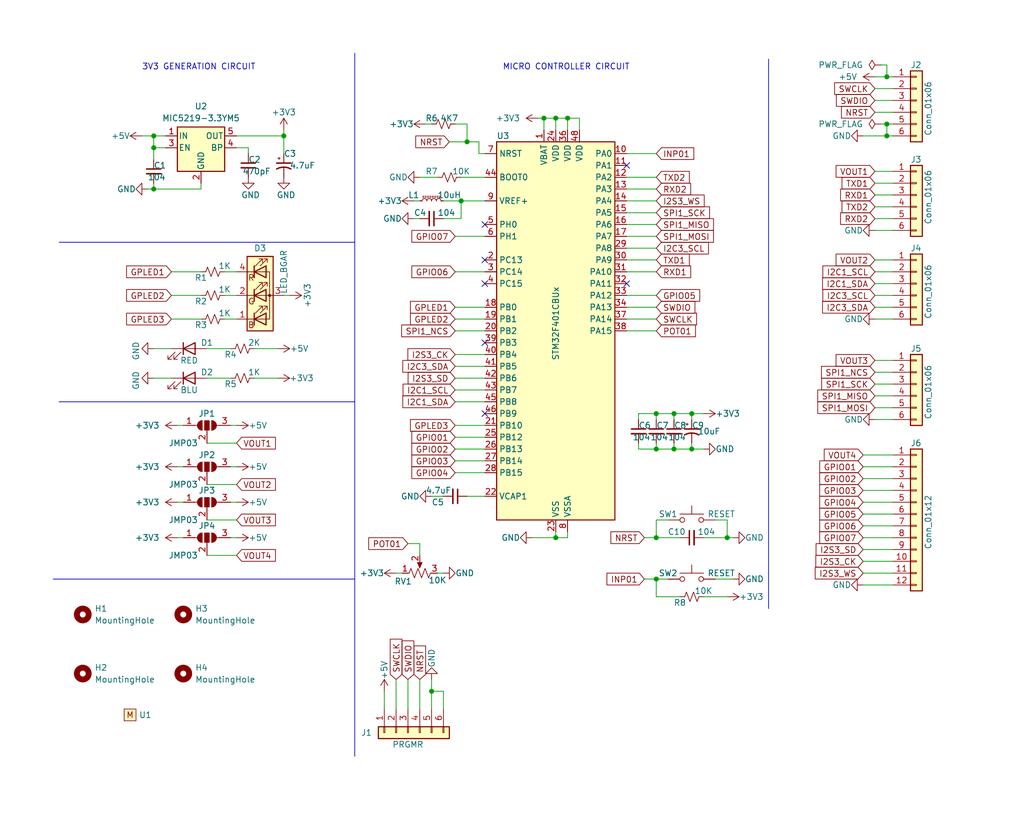
<source format=kicad_sch>
(kicad_sch (version 20231120) (generator "eeschema") (generator_version "8.0")
  (paper "User" 219.989 175.006)
  (title_block (title "MicroKontroller Module (MKM)") (date "2024-09-24") (rev "1.0"))
  (junction (at 190.5 26.67))
  (junction (at 33.02 31.75))
  (junction (at 140.97 115.57))
  (junction (at 119.38 115.57))
  (junction (at 144.78 96.52))
  (junction (at 156.21 115.57))
  (junction (at 140.97 124.46))
  (junction (at 140.97 88.9))
  (junction (at 116.84 25.4))
  (junction (at 144.78 88.9))
  (junction (at 99.06 43.18))
  (junction (at 33.02 29.21))
  (junction (at 190.5 16.51))
  (junction (at 140.97 96.52))
  (junction (at 100.33 30.48))
  (junction (at 148.59 96.52))
  (junction (at 92.71 148.59))
  (junction (at 33.02 40.64))
  (junction (at 190.5 29.21))
  (junction (at 60.96 29.21))
  (junction (at 119.38 25.4))
  (junction (at 148.59 88.9))
  (junction (at 121.92 25.4))
  (no_connect (at 104.14 55.88))
  (no_connect (at 104.14 48.26))
  (no_connect (at 134.62 60.96))
  (no_connect (at 134.62 35.56))
  (no_connect (at 104.14 73.66))
  (no_connect (at 104.14 88.9))
  (no_connect (at 104.14 60.96))
  (wire (pts (xy 119.38 114.3) (xy 119.38 115.57)))
  (wire (pts (xy 97.79 58.42) (xy 104.14 58.42)))
  (wire (pts (xy 143.51 111.76) (xy 140.97 111.76)))
  (wire (pts (xy 92.71 148.59) (xy 92.71 152.4)))
  (wire (pts (xy 60.96 29.21) (xy 60.96 33.02)))
  (wire (pts (xy 144.78 96.52) (xy 148.59 96.52)))
  (wire (pts (xy 185.42 118.11) (xy 191.77 118.11)))
  (polyline (pts (xy 12.7 52.07) (xy 76.2 52.07)))
  (wire (pts (xy 140.97 111.76) (xy 140.97 115.57)))
  (wire (pts (xy 119.38 25.4) (xy 121.92 25.4)))
  (wire (pts (xy 95.25 123.19) (xy 93.98 123.19)))
  (wire (pts (xy 187.96 39.37) (xy 191.77 39.37)))
  (wire (pts (xy 44.45 119.38) (xy 50.8 119.38)))
  (wire (pts (xy 137.16 88.9) (xy 137.16 90.17)))
  (wire (pts (xy 33.02 74.93) (xy 36.83 74.93)))
  (wire (pts (xy 97.79 26.67) (xy 100.33 26.67)))
  (wire (pts (xy 187.96 55.88) (xy 191.77 55.88)))
  (wire (pts (xy 50.8 100.33) (xy 49.53 100.33)))
  (wire (pts (xy 50.8 29.21) (xy 60.96 29.21)))
  (wire (pts (xy 140.97 115.57) (xy 146.05 115.57)))
  (wire (pts (xy 185.42 29.21) (xy 190.5 29.21)))
  (wire (pts (xy 102.87 33.02) (xy 102.87 30.48)))
  (wire (pts (xy 99.06 38.1) (xy 104.14 38.1)))
  (polyline (pts (xy 76.2 11.43) (xy 76.2 162.56)))
  (wire (pts (xy 140.97 124.46) (xy 140.97 128.27)))
  (wire (pts (xy 62.23 63.5) (xy 60.96 63.5)))
  (wire (pts (xy 92.71 148.59) (xy 95.25 148.59)))
  (wire (pts (xy 102.87 33.02) (xy 104.14 33.02)))
  (wire (pts (xy 138.43 124.46) (xy 140.97 124.46)))
  (wire (pts (xy 97.79 86.36) (xy 104.14 86.36)))
  (wire (pts (xy 138.43 115.57) (xy 140.97 115.57)))
  (wire (pts (xy 140.97 90.17) (xy 140.97 88.9)))
  (wire (pts (xy 190.5 29.21) (xy 191.77 29.21)))
  (wire (pts (xy 140.97 43.18) (xy 134.62 43.18)))
  (wire (pts (xy 33.02 31.75) (xy 33.02 34.29)))
  (wire (pts (xy 33.02 40.64) (xy 43.18 40.64)))
  (wire (pts (xy 185.42 107.95) (xy 191.77 107.95)))
  (wire (pts (xy 144.78 90.17) (xy 144.78 88.9)))
  (wire (pts (xy 48.26 58.42) (xy 50.8 58.42)))
  (wire (pts (xy 88.9 43.18) (xy 90.17 43.18)))
  (wire (pts (xy 48.26 63.5) (xy 50.8 63.5)))
  (wire (pts (xy 90.17 146.05) (xy 90.17 152.4)))
  (wire (pts (xy 187.96 85.09) (xy 191.77 85.09)))
  (wire (pts (xy 87.63 146.05) (xy 87.63 152.4)))
  (wire (pts (xy 187.96 63.5) (xy 191.77 63.5)))
  (wire (pts (xy 97.79 81.28) (xy 104.14 81.28)))
  (wire (pts (xy 97.79 101.6) (xy 104.14 101.6)))
  (wire (pts (xy 53.34 31.75) (xy 53.34 33.02)))
  (wire (pts (xy 38.1 115.57) (xy 39.37 115.57)))
  (polyline (pts (xy 165.1 12.7) (xy 165.1 130.81)))
  (wire (pts (xy 140.97 53.34) (xy 134.62 53.34)))
  (wire (pts (xy 95.25 46.99) (xy 99.06 46.99)))
  (wire (pts (xy 38.1 107.95) (xy 39.37 107.95)))
  (wire (pts (xy 187.96 58.42) (xy 191.77 58.42)))
  (wire (pts (xy 121.92 25.4) (xy 124.46 25.4)))
  (wire (pts (xy 97.79 50.8) (xy 104.14 50.8)))
  (wire (pts (xy 100.33 30.48) (xy 102.87 30.48)))
  (wire (pts (xy 187.96 66.04) (xy 191.77 66.04)))
  (wire (pts (xy 97.79 76.2) (xy 104.14 76.2)))
  (wire (pts (xy 97.79 93.98) (xy 104.14 93.98)))
  (wire (pts (xy 185.42 120.65) (xy 191.77 120.65)))
  (wire (pts (xy 33.02 29.21) (xy 35.56 29.21)))
  (wire (pts (xy 119.38 27.94) (xy 119.38 25.4)))
  (wire (pts (xy 95.25 148.59) (xy 95.25 152.4)))
  (wire (pts (xy 151.13 88.9) (xy 148.59 88.9)))
  (wire (pts (xy 137.16 95.25) (xy 137.16 96.52)))
  (wire (pts (xy 148.59 90.17) (xy 148.59 88.9)))
  (wire (pts (xy 134.62 50.8) (xy 140.97 50.8)))
  (wire (pts (xy 185.42 123.19) (xy 191.77 123.19)))
  (wire (pts (xy 185.42 115.57) (xy 191.77 115.57)))
  (polyline (pts (xy 11.43 124.46) (xy 76.2 124.46)))
  (wire (pts (xy 36.83 58.42) (xy 43.18 58.42)))
  (wire (pts (xy 134.62 68.58) (xy 140.97 68.58)))
  (wire (pts (xy 99.06 43.18) (xy 99.06 46.99)))
  (wire (pts (xy 187.96 19.05) (xy 191.77 19.05)))
  (wire (pts (xy 140.97 58.42) (xy 134.62 58.42)))
  (wire (pts (xy 185.42 113.03) (xy 191.77 113.03)))
  (wire (pts (xy 97.79 96.52) (xy 104.14 96.52)))
  (wire (pts (xy 90.17 116.84) (xy 90.17 119.38)))
  (wire (pts (xy 116.84 25.4) (xy 115.57 25.4)))
  (polyline (pts (xy 12.7 86.36) (xy 76.2 86.36)))
  (wire (pts (xy 116.84 25.4) (xy 119.38 25.4)))
  (wire (pts (xy 190.5 16.51) (xy 191.77 16.51)))
  (wire (pts (xy 43.18 40.64) (xy 43.18 39.37)))
  (wire (pts (xy 157.48 115.57) (xy 156.21 115.57)))
  (wire (pts (xy 134.62 38.1) (xy 140.97 38.1)))
  (wire (pts (xy 44.45 81.28) (xy 49.53 81.28)))
  (wire (pts (xy 151.13 128.27) (xy 156.21 128.27)))
  (wire (pts (xy 99.06 43.18) (xy 95.25 43.18)))
  (wire (pts (xy 189.23 13.97) (xy 190.5 13.97)))
  (wire (pts (xy 99.06 43.18) (xy 104.14 43.18)))
  (wire (pts (xy 44.45 104.14) (xy 50.8 104.14)))
  (wire (pts (xy 140.97 88.9) (xy 137.16 88.9)))
  (wire (pts (xy 187.96 46.99) (xy 191.77 46.99)))
  (wire (pts (xy 187.96 16.51) (xy 190.5 16.51)))
  (wire (pts (xy 44.45 74.93) (xy 49.53 74.93)))
  (wire (pts (xy 148.59 96.52) (xy 151.13 96.52)))
  (wire (pts (xy 187.96 90.17) (xy 191.77 90.17)))
  (wire (pts (xy 44.45 95.25) (xy 50.8 95.25)))
  (wire (pts (xy 187.96 60.96) (xy 191.77 60.96)))
  (wire (pts (xy 33.02 40.64) (xy 31.75 40.64)))
  (wire (pts (xy 187.96 41.91) (xy 191.77 41.91)))
  (wire (pts (xy 187.96 49.53) (xy 191.77 49.53)))
  (wire (pts (xy 87.63 116.84) (xy 90.17 116.84)))
  (wire (pts (xy 140.97 40.64) (xy 134.62 40.64)))
  (wire (pts (xy 33.02 29.21) (xy 33.02 31.75)))
  (wire (pts (xy 187.96 24.13) (xy 191.77 24.13)))
  (wire (pts (xy 144.78 88.9) (xy 148.59 88.9)))
  (wire (pts (xy 119.38 115.57) (xy 114.3 115.57)))
  (wire (pts (xy 91.44 26.67) (xy 92.71 26.67)))
  (wire (pts (xy 36.83 68.58) (xy 43.18 68.58)))
  (wire (pts (xy 50.8 31.75) (xy 53.34 31.75)))
  (wire (pts (xy 44.45 111.76) (xy 50.8 111.76)))
  (wire (pts (xy 148.59 95.25) (xy 148.59 96.52)))
  (wire (pts (xy 33.02 81.28) (xy 36.83 81.28)))
  (wire (pts (xy 97.79 71.12) (xy 104.14 71.12)))
  (wire (pts (xy 140.97 33.02) (xy 134.62 33.02)))
  (wire (pts (xy 95.25 106.68) (xy 92.71 106.68)))
  (wire (pts (xy 50.8 115.57) (xy 49.53 115.57)))
  (wire (pts (xy 90.17 38.1) (xy 93.98 38.1)))
  (wire (pts (xy 38.1 91.44) (xy 39.37 91.44)))
  (wire (pts (xy 85.09 146.05) (xy 85.09 152.4)))
  (wire (pts (xy 187.96 77.47) (xy 191.77 77.47)))
  (wire (pts (xy 97.79 91.44) (xy 104.14 91.44)))
  (wire (pts (xy 134.62 71.12) (xy 140.97 71.12)))
  (wire (pts (xy 190.5 26.67) (xy 190.5 29.21)))
  (wire (pts (xy 144.78 88.9) (xy 140.97 88.9)))
  (wire (pts (xy 185.42 110.49) (xy 191.77 110.49)))
  (wire (pts (xy 156.21 115.57) (xy 156.21 111.76)))
  (wire (pts (xy 104.14 106.68) (xy 100.33 106.68)))
  (wire (pts (xy 187.96 44.45) (xy 191.77 44.45)))
  (wire (pts (xy 144.78 95.25) (xy 144.78 96.52)))
  (wire (pts (xy 187.96 36.83) (xy 191.77 36.83)))
  (wire (pts (xy 140.97 63.5) (xy 134.62 63.5)))
  (wire (pts (xy 100.33 26.67) (xy 100.33 30.48)))
  (wire (pts (xy 100.33 30.48) (xy 96.52 30.48)))
  (wire (pts (xy 48.26 68.58) (xy 50.8 68.58)))
  (wire (pts (xy 97.79 78.74) (xy 104.14 78.74)))
  (wire (pts (xy 185.42 97.79) (xy 191.77 97.79)))
  (wire (pts (xy 30.48 29.21) (xy 33.02 29.21)))
  (wire (pts (xy 140.97 45.72) (xy 134.62 45.72)))
  (wire (pts (xy 191.77 26.67) (xy 190.5 26.67)))
  (wire (pts (xy 187.96 87.63) (xy 191.77 87.63)))
  (wire (pts (xy 50.8 107.95) (xy 49.53 107.95)))
  (wire (pts (xy 189.23 26.67) (xy 190.5 26.67)))
  (wire (pts (xy 97.79 99.06) (xy 104.14 99.06)))
  (wire (pts (xy 121.92 114.3) (xy 121.92 115.57)))
  (wire (pts (xy 153.67 124.46) (xy 157.48 124.46)))
  (wire (pts (xy 185.42 102.87) (xy 191.77 102.87)))
  (wire (pts (xy 92.71 146.05) (xy 92.71 148.59)))
  (wire (pts (xy 121.92 115.57) (xy 119.38 115.57)))
  (wire (pts (xy 153.67 111.76) (xy 156.21 111.76)))
  (wire (pts (xy 54.61 74.93) (xy 59.69 74.93)))
  (wire (pts (xy 134.62 66.04) (xy 140.97 66.04)))
  (wire (pts (xy 134.62 48.26) (xy 140.97 48.26)))
  (wire (pts (xy 140.97 124.46) (xy 143.51 124.46)))
  (wire (pts (xy 185.42 100.33) (xy 191.77 100.33)))
  (wire (pts (xy 140.97 95.25) (xy 140.97 96.52)))
  (wire (pts (xy 187.96 68.58) (xy 191.77 68.58)))
  (wire (pts (xy 36.83 63.5) (xy 43.18 63.5)))
  (wire (pts (xy 187.96 21.59) (xy 191.77 21.59)))
  (wire (pts (xy 185.42 105.41) (xy 191.77 105.41)))
  (wire (pts (xy 116.84 27.94) (xy 116.84 25.4)))
  (wire (pts (xy 97.79 83.82) (xy 104.14 83.82)))
  (wire (pts (xy 82.55 148.59) (xy 82.55 152.4)))
  (wire (pts (xy 38.1 100.33) (xy 39.37 100.33)))
  (wire (pts (xy 97.79 68.58) (xy 104.14 68.58)))
  (wire (pts (xy 88.9 46.99) (xy 90.17 46.99)))
  (wire (pts (xy 60.96 27.94) (xy 60.96 29.21)))
  (wire (pts (xy 187.96 82.55) (xy 191.77 82.55)))
  (wire (pts (xy 33.02 39.37) (xy 33.02 40.64)))
  (wire (pts (xy 134.62 55.88) (xy 140.97 55.88)))
  (wire (pts (xy 121.92 27.94) (xy 121.92 25.4)))
  (wire (pts (xy 33.02 31.75) (xy 35.56 31.75)))
  (wire (pts (xy 144.78 96.52) (xy 140.97 96.52)))
  (wire (pts (xy 190.5 13.97) (xy 190.5 16.51)))
  (wire (pts (xy 85.09 123.19) (xy 86.36 123.19)))
  (wire (pts (xy 50.8 91.44) (xy 49.53 91.44)))
  (wire (pts (xy 185.42 125.73) (xy 191.77 125.73)))
  (wire (pts (xy 97.79 66.04) (xy 104.14 66.04)))
  (wire (pts (xy 187.96 80.01) (xy 191.77 80.01)))
  (wire (pts (xy 140.97 128.27) (xy 146.05 128.27)))
  (wire (pts (xy 54.61 81.28) (xy 59.69 81.28)))
  (wire (pts (xy 124.46 25.4) (xy 124.46 27.94)))
  (wire (pts (xy 137.16 96.52) (xy 140.97 96.52)))
  (wire (pts (xy 151.13 115.57) (xy 156.21 115.57)))
  (text "3V3 GENERATION CIRCUIT" (at 30.48 15.24 0) (effects (font (size 1.27 1.27)) (justify left bottom)))
  (text "MICRO CONTROLLER CIRCUIT" (at 107.95 15.24 0) (effects (font (size 1.27 1.27)) (justify left bottom)))
  (global_label "GPIO02" (shape input) (at 185.42 102.87 180) (property "Intersheetrefs" "${INTERSHEET_REFS}" (effects (hide yes))))
  (global_label "I2C3_SDA" (shape input) (at 187.96 66.04 180) (property "Intersheetrefs" "${INTERSHEET_REFS}" (effects (hide yes))))
  (global_label "SPI1_SCK" (shape input) (at 187.96 82.55 180) (property "Intersheetrefs" "${INTERSHEET_REFS}" (effects (hide yes))))
  (global_label "I2C3_SDA" (shape input) (at 97.79 78.74 180) (property "Intersheetrefs" "${INTERSHEET_REFS}" (effects (hide yes))))
  (global_label "GPIO04" (shape input) (at 185.42 107.95 180) (property "Intersheetrefs" "${INTERSHEET_REFS}" (effects (hide yes))))
  (global_label "GPIO03" (shape input) (at 185.42 105.41 180) (property "Intersheetrefs" "${INTERSHEET_REFS}" (effects (hide yes))))
  (global_label "GPIO04" (shape input) (at 97.79 101.6 180) (property "Intersheetrefs" "${INTERSHEET_REFS}" (effects (hide yes))))
  (global_label "I2C1_SDA" (shape input) (at 187.96 60.96 180) (property "Intersheetrefs" "${INTERSHEET_REFS}" (effects (hide yes))))
  (global_label "VOUT4" (shape input) (at 185.42 97.79 180) (property "Intersheetrefs" "${INTERSHEET_REFS}" (effects (hide yes))))
  (global_label "VOUT2" (shape input) (at 187.96 55.88 180) (property "Intersheetrefs" "${INTERSHEET_REFS}" (effects (hide yes))))
  (global_label "VOUT1" (shape input) (at 50.8 95.25 0) (property "Intersheetrefs" "${INTERSHEET_REFS}" (effects (hide yes))))
  (global_label "TXD1" (shape input) (at 140.97 55.88 0) (property "Intersheetrefs" "${INTERSHEET_REFS}" (effects (hide yes))))
  (global_label "I2S3_CK" (shape input) (at 185.42 120.65 180) (property "Intersheetrefs" "${INTERSHEET_REFS}" (effects (hide yes))))
  (global_label "RXD2" (shape input) (at 187.96 46.99 180) (property "Intersheetrefs" "${INTERSHEET_REFS}" (effects (hide yes))))
  (global_label "SWDIO" (shape input) (at 140.97 66.04 0) (property "Intersheetrefs" "${INTERSHEET_REFS}" (effects (hide yes))))
  (global_label "RXD2" (shape input) (at 140.97 40.64 0) (property "Intersheetrefs" "${INTERSHEET_REFS}" (effects (hide yes))))
  (global_label "GPLED3" (shape input) (at 97.79 91.44 180) (property "Intersheetrefs" "${INTERSHEET_REFS}" (effects (hide yes))))
  (global_label "GPLED1" (shape input) (at 36.83 58.42 180) (property "Intersheetrefs" "${INTERSHEET_REFS}" (effects (hide yes))))
  (global_label "GPIO07" (shape input) (at 97.79 50.8 180) (property "Intersheetrefs" "${INTERSHEET_REFS}" (effects (hide yes))))
  (global_label "SPI1_NCS" (shape input) (at 187.96 80.01 180) (property "Intersheetrefs" "${INTERSHEET_REFS}" (effects (hide yes))))
  (global_label "I2S3_SD" (shape input) (at 97.79 81.28 180) (property "Intersheetrefs" "${INTERSHEET_REFS}" (effects (hide yes))))
  (global_label "SWCLK" (shape input) (at 140.97 68.58 0) (property "Intersheetrefs" "${INTERSHEET_REFS}" (effects (hide yes))))
  (global_label "GPIO03" (shape input) (at 97.79 99.06 180) (property "Intersheetrefs" "${INTERSHEET_REFS}" (effects (hide yes))))
  (global_label "INP01" (shape input) (at 140.97 33.02 0) (property "Intersheetrefs" "${INTERSHEET_REFS}" (effects (hide yes))))
  (global_label "INP01" (shape input) (at 138.43 124.46 180) (property "Intersheetrefs" "${INTERSHEET_REFS}" (effects (hide yes))))
  (global_label "SWDIO" (shape input) (at 187.96 21.59 180) (property "Intersheetrefs" "${INTERSHEET_REFS}" (effects (hide yes))))
  (global_label "VOUT4" (shape input) (at 50.8 119.38 0) (property "Intersheetrefs" "${INTERSHEET_REFS}" (effects (hide yes))))
  (global_label "I2C3_SCL" (shape input) (at 140.97 53.34 0) (property "Intersheetrefs" "${INTERSHEET_REFS}" (effects (hide yes))))
  (global_label "I2C1_SDA" (shape input) (at 97.79 86.36 180) (property "Intersheetrefs" "${INTERSHEET_REFS}" (effects (hide yes))))
  (global_label "NRST" (shape input) (at 187.96 24.13 180) (property "Intersheetrefs" "${INTERSHEET_REFS}" (effects (hide yes))))
  (global_label "POT01" (shape input) (at 87.63 116.84 180) (property "Intersheetrefs" "${INTERSHEET_REFS}" (effects (hide yes))))
  (global_label "TXD2" (shape input) (at 140.97 38.1 0) (property "Intersheetrefs" "${INTERSHEET_REFS}" (effects (hide yes))))
  (global_label "I2C3_SCL" (shape input) (at 187.96 63.5 180) (property "Intersheetrefs" "${INTERSHEET_REFS}" (effects (hide yes))))
  (global_label "GPIO07" (shape input) (at 185.42 115.57 180) (property "Intersheetrefs" "${INTERSHEET_REFS}" (effects (hide yes))))
  (global_label "SWDIO" (shape input) (at 87.63 146.05 90) (property "Intersheetrefs" "${INTERSHEET_REFS}" (effects (hide yes))))
  (global_label "NRST" (shape input) (at 90.17 146.05 90) (property "Intersheetrefs" "${INTERSHEET_REFS}" (effects (hide yes))))
  (global_label "TXD1" (shape input) (at 187.96 39.37 180) (property "Intersheetrefs" "${INTERSHEET_REFS}" (effects (hide yes))))
  (global_label "NRST" (shape input) (at 138.43 115.57 180) (property "Intersheetrefs" "${INTERSHEET_REFS}" (effects (hide yes))))
  (global_label "GPIO02" (shape input) (at 97.79 96.52 180) (property "Intersheetrefs" "${INTERSHEET_REFS}" (effects (hide yes))))
  (global_label "I2C1_SCL" (shape input) (at 187.96 58.42 180) (property "Intersheetrefs" "${INTERSHEET_REFS}" (effects (hide yes))))
  (global_label "SPI1_SCK" (shape input) (at 140.97 45.72 0) (property "Intersheetrefs" "${INTERSHEET_REFS}" (effects (hide yes))))
  (global_label "VOUT2" (shape input) (at 50.8 104.14 0) (property "Intersheetrefs" "${INTERSHEET_REFS}" (effects (hide yes))))
  (global_label "SPI1_MOSI" (shape input) (at 187.96 87.63 180) (property "Intersheetrefs" "${INTERSHEET_REFS}" (effects (hide yes))))
  (global_label "GPIO01" (shape input) (at 97.79 93.98 180) (property "Intersheetrefs" "${INTERSHEET_REFS}" (effects (hide yes))))
  (global_label "GPIO01" (shape input) (at 185.42 100.33 180) (property "Intersheetrefs" "${INTERSHEET_REFS}" (effects (hide yes))))
  (global_label "GPLED3" (shape input) (at 36.83 68.58 180) (property "Intersheetrefs" "${INTERSHEET_REFS}" (effects (hide yes))))
  (global_label "GPIO05" (shape input) (at 140.97 63.5 0) (property "Intersheetrefs" "${INTERSHEET_REFS}" (effects (hide yes))))
  (global_label "VOUT3" (shape input) (at 50.8 111.76 0) (property "Intersheetrefs" "${INTERSHEET_REFS}" (effects (hide yes))))
  (global_label "TXD2" (shape input) (at 187.96 44.45 180) (property "Intersheetrefs" "${INTERSHEET_REFS}" (effects (hide yes))))
  (global_label "I2C1_SCL" (shape input) (at 97.79 83.82 180) (property "Intersheetrefs" "${INTERSHEET_REFS}" (effects (hide yes))))
  (global_label "SPI1_MISO" (shape input) (at 187.96 85.09 180) (property "Intersheetrefs" "${INTERSHEET_REFS}" (effects (hide yes))))
  (global_label "NRST" (shape input) (at 96.52 30.48 180) (property "Intersheetrefs" "${INTERSHEET_REFS}" (effects (hide yes))))
  (global_label "I2S3_WS" (shape input) (at 140.97 43.18 0) (property "Intersheetrefs" "${INTERSHEET_REFS}" (effects (hide yes))))
  (global_label "GPIO06" (shape input) (at 185.42 113.03 180) (property "Intersheetrefs" "${INTERSHEET_REFS}" (effects (hide yes))))
  (global_label "GPLED2" (shape input) (at 97.79 68.58 180) (property "Intersheetrefs" "${INTERSHEET_REFS}" (effects (hide yes))))
  (global_label "RXD1" (shape input) (at 187.96 41.91 180) (property "Intersheetrefs" "${INTERSHEET_REFS}" (effects (hide yes))))
  (global_label "VOUT1" (shape input) (at 187.96 36.83 180) (property "Intersheetrefs" "${INTERSHEET_REFS}" (effects (hide yes))))
  (global_label "I2S3_SD" (shape input) (at 185.42 118.11 180) (property "Intersheetrefs" "${INTERSHEET_REFS}" (effects (hide yes))))
  (global_label "VOUT3" (shape input) (at 187.96 77.47 180) (property "Intersheetrefs" "${INTERSHEET_REFS}" (effects (hide yes))))
  (global_label "SPI1_MISO" (shape input) (at 140.97 48.26 0) (property "Intersheetrefs" "${INTERSHEET_REFS}" (effects (hide yes))))
  (global_label "POT01" (shape input) (at 140.97 71.12 0) (property "Intersheetrefs" "${INTERSHEET_REFS}" (effects (hide yes))))
  (global_label "SWCLK" (shape input) (at 85.09 146.05 90) (property "Intersheetrefs" "${INTERSHEET_REFS}" (effects (hide yes))))
  (global_label "GPLED2" (shape input) (at 36.83 63.5 180) (property "Intersheetrefs" "${INTERSHEET_REFS}" (effects (hide yes))))
  (global_label "GPIO05" (shape input) (at 185.42 110.49 180) (property "Intersheetrefs" "${INTERSHEET_REFS}" (effects (hide yes))))
  (global_label "SWCLK" (shape input) (at 187.96 19.05 180) (property "Intersheetrefs" "${INTERSHEET_REFS}" (effects (hide yes))))
  (global_label "GPIO06" (shape input) (at 97.79 58.42 180) (property "Intersheetrefs" "${INTERSHEET_REFS}" (effects (hide yes))))
  (global_label "RXD1" (shape input) (at 140.97 58.42 0) (property "Intersheetrefs" "${INTERSHEET_REFS}" (effects (hide yes))))
  (global_label "I2S3_WS" (shape input) (at 185.42 123.19 180) (property "Intersheetrefs" "${INTERSHEET_REFS}" (effects (hide yes))))
  (global_label "SPI1_MOSI" (shape input) (at 140.97 50.8 0) (property "Intersheetrefs" "${INTERSHEET_REFS}" (effects (hide yes))))
  (global_label "SPI1_NCS" (shape input) (at 97.79 71.12 180) (property "Intersheetrefs" "${INTERSHEET_REFS}" (effects (hide yes))))
  (global_label "GPLED1" (shape input) (at 97.79 66.04 180) (property "Intersheetrefs" "${INTERSHEET_REFS}" (effects (hide yes))))
  (global_label "I2S3_CK" (shape input) (at 97.79 76.2 180) (property "Intersheetrefs" "${INTERSHEET_REFS}" (effects (hide yes))))
  (symbol (lib_name "+3V3_8") (lib_id "power:+3V3") (at 38.1 91.44 90) (unit 1)
    (property "Reference" "#PWR05" (effects (hide yes)))
    (property "Value" "+3V3" (at 34.29 91.44 90) (effects (justify left)))
  )
  (symbol (lib_id "Connector_Generic:Conn_01x06") (at 196.85 82.55 0) (unit 1)
    (property "Reference" "J5" (at 195.58 74.93 0) (effects (justify left)))
    (property "Value" "Conn_01x06" (at 199.39 90.17 90) (effects (justify left)))
    (property "Footprint" "Connector_Hirose:Hirose_DF13-06P-1.25DSA_1x06_P1.25mm_Vertical" (effects (hide yes)))
  )
  (symbol (lib_name "GND_4") (lib_id "power:GND") (at 90.17 38.1 270) (unit 1)
    (property "Reference" "#PWR022" (effects (hide yes)))
    (property "Value" "GND" (at 87.63 38.1 90) (effects (justify right)))
  )
  (symbol (lib_id "Jumper:SolderJumper_3_Open") (at 44.45 100.33 0) (unit 1)
    (property "Reference" "JP2" (at 44.45 97.79 0))
    (property "Value" "JMP03" (at 39.37 104.14 0))
    (property "Footprint" "Jumper:SolderJumper-3_P1.3mm_Open_Pad1.0x1.5mm" (effects (hide yes)))
  )
  (symbol (lib_name "GND_7") (lib_id "power:GND") (at 187.96 49.53 270) (unit 1)
    (property "Reference" "#PWR034" (effects (hide yes)))
    (property "Value" "GND" (at 185.42 49.53 90) (effects (justify right)))
  )
  (symbol (lib_id "Device:C_Small") (at 140.97 92.71 0) (unit 1)
    (property "Reference" "C7" (at 140.97 91.44 0) (effects (justify left)))
    (property "Value" "104" (at 139.7 93.98 0) (effects (justify left)))
    (property "Footprint" "Capacitor_SMD:C_0603_1608Metric_Pad1.08x0.95mm_HandSolder" (effects (hide yes)))
    (property "OEM" "KEMET" (effects (hide yes)))
    (property "PartNo" "C0603C104J5RACAUTO" (effects (hide yes)))
  )
  (symbol (lib_name "GND_2") (lib_id "power:GND") (at 92.71 146.05 180) (unit 1)
    (property "Reference" "#PWR025" (effects (hide yes)))
    (property "Value" "GND" (at 92.71 143.51 90) (effects (justify right)))
  )
  (symbol (lib_id "Device:R_Small_US") (at 45.72 68.58 90) (unit 1)
    (property "Reference" "R3" (at 43.18 69.85 90))
    (property "Value" "1K" (at 48.26 67.31 90))
    (property "Footprint" "Resistor_SMD:R_0603_1608Metric_Pad0.98x0.95mm_HandSolder" (effects (hide yes)))
  )
  (symbol (lib_id "Device:LED_BGAR") (at 55.88 63.5 0) (unit 1)
    (property "Reference" "D3" (at 55.88 53.34 0))
    (property "Value" "LED_BGAR" (at 60.96 58.42 90))
    (property "Footprint" "LED_THT:LED_D5.0mm-4_RGB" (effects (hide yes)))
  )
  (symbol (lib_name "GND_1") (lib_id "power:GND") (at 31.75 40.64 270) (unit 1)
    (property "Reference" "#PWR02" (effects (hide yes)))
    (property "Value" "GND" (at 29.21 40.64 90) (effects (justify right)))
  )
  (symbol (lib_id "Device:LED") (at 40.64 74.93 0) (unit 1)
    (property "Reference" "D1" (at 44.45 73.66 0))
    (property "Value" "RED" (at 40.64 77.47 0))
    (property "Footprint" "LED_SMD:LED_0603_1608Metric_Pad1.05x0.95mm_HandSolder" (effects (hide yes)))
  )
  (symbol (lib_id "power:+5V") (at 187.96 16.51 90) (unit 1)
    (property "Reference" "#PWR033" (effects (hide yes)))
    (property "Value" "+5V" (at 184.15 16.51 90) (effects (justify left)))
  )
  (symbol (lib_id "power:+5V") (at 59.69 74.93 270) (unit 1)
    (property "Reference" "#PWR014" (effects (hide yes)))
    (property "Value" "+5V" (at 62.23 74.93 90) (effects (justify left)))
  )
  (symbol (lib_name "GND_7") (lib_id "power:GND") (at 187.96 90.17 270) (unit 1)
    (property "Reference" "#PWR036" (effects (hide yes)))
    (property "Value" "GND" (at 185.42 90.17 90) (effects (justify right)))
  )
  (symbol (lib_id "power:+5V") (at 50.8 100.33 270) (unit 1)
    (property "Reference" "#PWR010" (effects (hide yes)))
    (property "Value" "+5V" (at 53.34 100.33 90) (effects (justify left)))
  )
  (symbol (lib_name "GND_2") (lib_id "power:GND") (at 157.48 115.57 90) (unit 1)
    (property "Reference" "#PWR030" (effects (hide yes)))
    (property "Value" "GND" (at 160.02 115.57 90) (effects (justify right)))
  )
  (symbol (lib_id "power:+5V") (at 82.55 148.59 0) (unit 1)
    (property "Reference" "#PWR019" (effects (hide yes)))
    (property "Value" "+5V" (at 82.55 146.05 90) (effects (justify left)))
  )
  (symbol (lib_name "+3V3_8") (lib_id "power:+3V3") (at 38.1 107.95 90) (unit 1)
    (property "Reference" "#PWR07" (effects (hide yes)))
    (property "Value" "+3V3" (at 34.29 107.95 90) (effects (justify left)))
  )
  (symbol (lib_name "GND_1") (lib_id "power:GND") (at 33.02 81.28 270) (unit 1)
    (property "Reference" "#PWR04" (effects (hide yes)))
    (property "Value" "GND" (at 29.21 83.82 0) (effects (justify right)))
  )
  (symbol (lib_id "Device:R_Small_US") (at 45.72 58.42 90) (unit 1)
    (property "Reference" "R1" (at 43.18 59.69 90))
    (property "Value" "1K" (at 48.26 57.15 90))
    (property "Footprint" "Resistor_SMD:R_0603_1608Metric_Pad0.98x0.95mm_HandSolder" (effects (hide yes)))
  )
  (symbol (lib_name "STM32F401CBUx_1") (lib_id "MCU_ST_STM32F4:STM32F401CBUx") (at 119.38 71.12 0) (unit 1)
    (property "Reference" "U3" (at 106.68 29.21 0) (effects (justify left)))
    (property "Value" "STM32F401CBUx" (at 119.38 77.47 90) (effects (justify left)))
    (property "Footprint" "Package_DFN_QFN:QFN-48-1EP_7x7mm_P0.5mm_EP5.6x5.6mm" (effects (hide yes)))
    (property "Datasheet" "https://www.st.com/resource/en/datasheet/stm32f401cb.pdf" (effects (hide yes)))
  )
  (symbol (lib_name "GND_7") (lib_id "power:GND") (at 114.3 115.57 270) (unit 1)
    (property "Reference" "#PWR026" (effects (hide yes)))
    (property "Value" "GND" (at 111.76 115.57 90) (effects (justify right)))
  )
  (symbol (lib_id "Device:C_Small") (at 144.78 92.71 0) (unit 1)
    (property "Reference" "C8" (at 144.78 91.44 0) (effects (justify left)))
    (property "Value" "104" (at 143.51 93.98 0) (effects (justify left)))
    (property "Footprint" "Capacitor_SMD:C_0603_1608Metric_Pad1.08x0.95mm_HandSolder" (effects (hide yes)))
    (property "OEM" "KEMET" (effects (hide yes)))
    (property "PartNo" "C0603C104J5RACAUTO" (effects (hide yes)))
  )
  (symbol (lib_id "Device:L_Ferrite_Small") (at 92.71 43.18 90) (unit 1)
    (property "Reference" "L1" (at 88.9 41.91 90))
    (property "Value" "10uH" (at 96.52 41.91 90))
    (property "Footprint" "Inductor_SMD:L_0603_1608Metric" (effects (hide yes)))
    (property "PartNo" "FCM1608KF-601T05" (effects (hide yes)))
    (property "OEM" "Tai-Tech" (effects (hide yes)))
  )
  (symbol (lib_id "Jumper:SolderJumper_3_Open") (at 44.45 115.57 0) (unit 1)
    (property "Reference" "JP4" (at 44.45 113.03 0))
    (property "Value" "JMP03" (at 39.37 119.38 0))
    (property "Footprint" "Jumper:SolderJumper-3_P1.3mm_Open_Pad1.0x1.5mm" (effects (hide yes)))
  )
  (symbol (lib_name "GND_2") (lib_id "power:GND") (at 157.48 124.46 90) (unit 1)
    (property "Reference" "#PWR037" (effects (hide yes)))
    (property "Value" "GND" (at 160.02 124.46 90) (effects (justify right)))
  )
  (symbol (lib_id "Switch:SW_MEC_5G") (at 148.59 111.76 0) (unit 1)
    (property "Reference" "SW1" (at 143.51 110.49 0))
    (property "Value" "RESET" (at 154.94 110.49 0))
    (property "Footprint" "Button_Switch_SMD:SW_SPST_B3U-1000P" (effects (hide yes)))
    (property "Datasheet" "http://www.apem.com/int/index.php?controller=attachment&id_attachment=488" (effects (hide yes)))
  )
  (symbol (lib_id "Device:C_Small") (at 33.02 36.83 0) (unit 1)
    (property "Reference" "C1" (at 33.02 35.56 0) (effects (justify left)))
    (property "Value" "104" (at 31.75 38.1 0) (effects (justify left)))
    (property "Footprint" "Capacitor_SMD:C_0603_1608Metric_Pad1.08x0.95mm_HandSolder" (effects (hide yes)))
    (property "OEM" "KEMET" (effects (hide yes)))
    (property "PartNo" "C0603C104J5RACAUTO" (effects (hide yes)))
  )
  (symbol (lib_name "+3V3_2") (lib_id "power:+3V3") (at 60.96 27.94 0) (unit 1)
    (property "Reference" "#PWR016" (effects (hide yes)))
    (property "Value" "+3V3" (at 60.96 24.13 0))
  )
  (symbol (lib_name "+3V3_4") (lib_id "power:+3V3") (at 88.9 43.18 90) (unit 1)
    (property "Reference" "#PWR020" (effects (hide yes)))
    (property "Value" "+3V3" (at 86.36 43.18 90) (effects (justify left)))
  )
  (symbol (lib_id "Device:C_Polarized_Small_US") (at 60.96 35.56 0) (unit 1)
    (property "Reference" "C3" (at 60.96 33.02 0) (effects (justify left)))
    (property "Value" "4.7uF" (at 62.23 35.56 0) (effects (justify left)))
    (property "Footprint" "Capacitor_Tantalum_SMD:CP_EIA-3216-18_Kemet-A" (effects (hide yes)))
    (property "OEM" "KEMET" (effects (hide yes)))
    (property "PartNo" "T495A225K016ATA6K5" (effects (hide yes)))
  )
  (symbol (lib_id "Connector_Generic:Conn_01x12") (at 196.85 110.49 0) (unit 1)
    (property "Reference" "J6" (at 195.58 95.25 0) (effects (justify left)))
    (property "Value" "Conn_01x12" (at 199.39 118.11 90) (effects (justify left)))
    (property "Footprint" "Connector_Hirose:Hirose_DF13-12P-1.25DSA_1x12_P1.25mm_Vertical" (effects (hide yes)))
  )
  (symbol (lib_id "Device:R_Potentiometer_US") (at 90.17 123.19 90) (unit 1)
    (property "Reference" "RV1" (at 86.614 124.968 90))
    (property "Value" "10K" (at 93.98 124.714 90))
    (property "Footprint" "Potentiometer_THT:Potentiometer_ACP_CA6-H2,5_Horizontal" (effects (hide yes)))
  )
  (symbol (lib_id "Device:C_Small") (at 97.79 106.68 270) (mirror x) (unit 1)
    (property "Reference" "C5" (at 92.71 107.95 90) (effects (justify left)))
    (property "Value" "4.7uF" (at 91.44 105.41 90) (effects (justify left)))
    (property "Footprint" "Capacitor_SMD:C_1206_3216Metric_Pad1.33x1.80mm_HandSolder" (effects (hide yes)))
    (property "OEM" "KEMET" (effects (hide yes)))
    (property "PartNo" "C1206C475M5PACTU" (effects (hide yes)))
  )
  (symbol (lib_id "Switch:SW_MEC_5G") (at 148.59 124.46 0) (unit 1)
    (property "Reference" "SW2" (at 143.51 123.19 0))
    (property "Value" "RESET" (at 154.94 123.19 0))
    (property "Footprint" "Button_Switch_SMD:SW_SPST_B3U-1000P" (effects (hide yes)))
    (property "Datasheet" "http://www.apem.com/int/index.php?controller=attachment&id_attachment=488" (effects (hide yes)))
  )
  (symbol (lib_id "power:+5V") (at 30.48 29.21 90) (unit 1)
    (property "Reference" "#PWR01" (effects (hide yes)))
    (property "Value" "+5V" (at 27.94 29.21 90) (effects (justify left)))
  )
  (symbol (lib_name "+3V3_6") (lib_id "power:+3V3") (at 115.57 25.4 90) (unit 1)
    (property "Reference" "#PWR027" (effects (hide yes)))
    (property "Value" "+3V3" (at 111.76 25.4 90) (effects (justify left)))
  )
  (symbol (lib_name "+3V3_5") (lib_id "power:+3V3") (at 151.13 88.9 270) (unit 1)
    (property "Reference" "#PWR028" (effects (hide yes)))
    (property "Value" "+3V3" (at 153.67 88.9 90) (effects (justify left)))
  )
  (symbol (lib_id "Device:C_Small") (at 92.71 46.99 270) (mirror x) (unit 1)
    (property "Reference" "C4" (at 88.9 45.72 90) (effects (justify left)))
    (property "Value" "104" (at 93.98 45.72 90) (effects (justify left)))
    (property "Footprint" "Capacitor_SMD:C_0603_1608Metric_Pad1.08x0.95mm_HandSolder" (effects (hide yes)))
    (property "OEM" "KEMET" (effects (hide yes)))
    (property "PartNo" "C0603C104J5RACAUTO" (effects (hide yes)))
  )
  (symbol (lib_id "Device:R_Small_US") (at 45.72 63.5 90) (unit 1)
    (property "Reference" "R2" (at 43.18 64.77 90))
    (property "Value" "1K" (at 48.26 62.23 90))
    (property "Footprint" "Resistor_SMD:R_0603_1608Metric_Pad0.98x0.95mm_HandSolder" (effects (hide yes)))
  )
  (symbol (lib_name "GND_7") (lib_id "power:GND") (at 185.42 125.73 270) (unit 1)
    (property "Reference" "#PWR032" (effects (hide yes)))
    (property "Value" "GND" (at 182.88 125.73 90) (effects (justify right)))
  )
  (symbol (lib_id "Mechanical:MountingHole") (at 17.78 144.78 0) (unit 1)
    (property "Reference" "H2" (at 20.32 143.51 0) (effects (justify left)))
    (property "Value" "MountingHole" (at 20.32 146.05 0) (effects (justify left)))
    (property "Footprint" "MountingHole:MountingHole_3.2mm_M3" (effects (hide yes)))
  )
  (symbol (lib_id "Connector_Generic:Conn_01x06") (at 196.85 60.96 0) (unit 1)
    (property "Reference" "J4" (at 195.58 53.34 0) (effects (justify left)))
    (property "Value" "Conn_01x06" (at 199.39 68.58 90) (effects (justify left)))
    (property "Footprint" "Connector_Hirose:Hirose_DF13-06P-1.25DSA_1x06_P1.25mm_Vertical" (effects (hide yes)))
  )
  (symbol (lib_id "power:+5V") (at 50.8 91.44 270) (unit 1)
    (property "Reference" "#PWR09" (effects (hide yes)))
    (property "Value" "+5V" (at 53.34 91.44 90) (effects (justify left)))
  )
  (symbol (lib_id "Connector_Generic:Conn_01x06") (at 196.85 21.59 0) (unit 1)
    (property "Reference" "J2" (at 195.58 13.97 0) (effects (justify left)))
    (property "Value" "Conn_01x06" (at 199.39 29.21 90) (effects (justify left)))
    (property "Footprint" "Connector_USB:USB_Micro-B_Amphenol_10118194_Horizontal" (effects (hide yes)))
  )
  (symbol (lib_name "GND_1") (lib_id "power:GND") (at 33.02 74.93 270) (unit 1)
    (property "Reference" "#PWR03" (effects (hide yes)))
    (property "Value" "GND" (at 29.21 77.47 0) (effects (justify right)))
  )
  (symbol (lib_name "GND_2") (lib_id "power:GND") (at 95.25 123.19 90) (unit 1)
    (property "Reference" "#PWR039" (effects (hide yes)))
    (property "Value" "GND" (at 97.79 123.19 90) (effects (justify right)))
  )
  (symbol (lib_id "Regulator_Linear:MIC5219-3.3YM5") (at 43.18 31.75 0) (unit 1)
    (property "Reference" "U2" (at 43.18 22.86 0))
    (property "Value" "MIC5219-3.3YM5" (at 43.18 25.4 0))
    (property "Footprint" "Package_TO_SOT_SMD:SOT-23-5" (effects (hide yes)))
    (property "Datasheet" "http://ww1.microchip.com/downloads/en/DeviceDoc/MIC5219-500mA-Peak-Output-LDO-Regulator-DS20006021A.pdf" (effects (hide yes)))
    (property "PartNo" "MIC5219-3.3YM5" (effects (hide yes)))
    (property "OEM" "MicroChip" (effects (hide yes)))
  )
  (symbol (lib_id "Device:C_Small") (at 148.59 115.57 90) (unit 1)
    (property "Reference" "C10" (at 147.32 114.3 90) (effects (justify left)))
    (property "Value" "104" (at 153.67 114.3 90) (effects (justify left)))
    (property "Footprint" "Capacitor_SMD:C_0603_1608Metric_Pad1.08x0.95mm_HandSolder" (effects (hide yes)))
    (property "OEM" "KEMET" (effects (hide yes)))
    (property "PartNo" "C0603C104J5RACAUTO" (effects (hide yes)))
  )
  (symbol (lib_name "GND_7") (lib_id "power:GND") (at 187.96 68.58 270) (unit 1)
    (property "Reference" "#PWR035" (effects (hide yes)))
    (property "Value" "GND" (at 185.42 68.58 90) (effects (justify right)))
  )
  (symbol (lib_name "GND_6") (lib_id "power:GND") (at 88.9 46.99 270) (unit 1)
    (property "Reference" "#PWR021" (effects (hide yes)))
    (property "Value" "GND" (at 86.36 46.99 90) (effects (justify right)))
  )
  (symbol (lib_id "Device:C_Small") (at 53.34 35.56 0) (unit 1)
    (property "Reference" "C2" (at 53.34 34.29 0) (effects (justify left)))
    (property "Value" "470pF" (at 52.07 36.83 0) (effects (justify left)))
    (property "Footprint" "Capacitor_SMD:C_0603_1608Metric_Pad1.08x0.95mm_HandSolder" (effects (hide yes)))
    (property "OEM" "KEMET" (effects (hide yes)))
    (property "PartNo" "C0603C471J5GACAUTO" (effects (hide yes)))
  )
  (symbol (lib_name "GND_1") (lib_id "power:GND") (at 60.96 38.1 0) (unit 1)
    (property "Reference" "#PWR017" (effects (hide yes)))
    (property "Value" "GND" (at 63.5 41.91 0) (effects (justify right)))
  )
  (symbol (lib_id "Jumper:SolderJumper_3_Open") (at 44.45 91.44 0) (unit 1)
    (property "Reference" "JP1" (at 44.45 88.9 0))
    (property "Value" "JMP03" (at 39.37 95.25 0))
    (property "Footprint" "Jumper:SolderJumper-3_P1.3mm_Open_Pad1.0x1.5mm" (effects (hide yes)))
  )
  (symbol (lib_name "+3V3_2") (lib_id "power:+3V3") (at 59.69 81.28 270) (unit 1)
    (property "Reference" "#PWR015" (effects (hide yes)))
    (property "Value" "+3V3" (at 64.77 81.28 90))
  )
  (symbol (lib_id "Device:R_Small_US") (at 52.07 74.93 90) (unit 1)
    (property "Reference" "R4" (at 49.53 76.2 90))
    (property "Value" "2K" (at 54.61 73.66 90))
    (property "Footprint" "Resistor_SMD:R_0603_1608Metric_Pad0.98x0.95mm_HandSolder" (effects (hide yes)))
  )
  (symbol (lib_name "+3V3_8") (lib_id "power:+3V3") (at 38.1 100.33 90) (unit 1)
    (property "Reference" "#PWR06" (effects (hide yes)))
    (property "Value" "+3V3" (at 34.29 100.33 90) (effects (justify left)))
  )
  (symbol (lib_name "+3V3_2") (lib_id "power:+3V3") (at 62.23 63.5 270) (unit 1)
    (property "Reference" "#PWR018" (effects (hide yes)))
    (property "Value" "+3V3" (at 66.04 63.5 0))
  )
  (symbol (lib_name "GND_1") (lib_id "power:GND") (at 53.34 38.1 0) (unit 1)
    (property "Reference" "#PWR013" (effects (hide yes)))
    (property "Value" "GND" (at 55.88 41.91 0) (effects (justify right)))
  )
  (symbol (lib_name "+3V3_3") (lib_id "power:+3V3") (at 91.44 26.67 90) (unit 1)
    (property "Reference" "#PWR023" (effects (hide yes)))
    (property "Value" "+3V3" (at 88.9 26.67 90) (effects (justify left)))
  )
  (symbol (lib_id "Device:R_Small_US") (at 95.25 26.67 270) (unit 1)
    (property "Reference" "R6" (at 92.71 25.4 90))
    (property "Value" "4K7" (at 96.52 25.4 90))
    (property "Footprint" "Resistor_SMD:R_0603_1608Metric_Pad0.98x0.95mm_HandSolder" (effects (hide yes)))
    (property "OEM" "VISHAY" (effects (hide yes)))
    (property "PartNo" "CRCW06034K70FKEAHP" (effects (hide yes)))
  )
  (symbol (lib_name "GND_5") (lib_id "power:GND") (at 92.71 106.68 270) (unit 1)
    (property "Reference" "#PWR024" (effects (hide yes)))
    (property "Value" "GND" (at 90.17 106.68 90) (effects (justify right)))
  )
  (symbol (lib_name "+3V3_8") (lib_id "power:+3V3") (at 38.1 115.57 90) (unit 1)
    (property "Reference" "#PWR08" (effects (hide yes)))
    (property "Value" "+3V3" (at 34.29 115.57 90) (effects (justify left)))
  )
  (symbol (lib_id "power:PWR_FLAG") (at 189.23 13.97 90) (unit 1)
    (property "Reference" "#FLG01" (effects (hide yes)))
    (property "Value" "PWR_FLAG" (at 185.42 13.97 90) (effects (justify left)))
  )
  (symbol (lib_id "Device:R_Small_US") (at 148.59 128.27 90) (unit 1)
    (property "Reference" "R8" (at 146.05 129.54 90))
    (property "Value" "10K" (at 151.13 127 90))
    (property "Footprint" "Resistor_SMD:R_0603_1608Metric_Pad0.98x0.95mm_HandSolder" (effects (hide yes)))
  )
  (symbol (lib_id "SNSRTGLIB:MKM-LOGON-V10") (at 27.94 153.67 0) (unit 1)
    (property "Reference" "U1" (at 29.845 153.67 0) (effects (justify left)))
    (property "Value" "MKM-LOGON-V10" (effects (hide yes)))
    (property "Footprint" "MKM-FTP-V10:MKMLOGO-P" (effects (hide yes)))
  )
  (symbol (lib_id "Device:LED") (at 40.64 81.28 0) (unit 1)
    (property "Reference" "D2" (at 44.45 80.01 0))
    (property "Value" "BLU" (at 40.64 83.82 0))
    (property "Footprint" "LED_SMD:LED_0603_1608Metric_Pad1.05x0.95mm_HandSolder" (effects (hide yes)))
  )
  (symbol (lib_id "Connector_Generic:Conn_01x06") (at 87.63 157.48 90) (mirror x) (unit 1)
    (property "Reference" "J1" (at 78.74 157.48 90))
    (property "Value" "PRGMR" (at 87.63 160.02 90))
    (property "Footprint" "Connector_PinHeader_1.00mm:PinHeader_1x06_P1.00mm_Vertical" (effects (hide yes)))
  )
  (symbol (lib_id "power:+5V") (at 50.8 115.57 270) (unit 1)
    (property "Reference" "#PWR012" (effects (hide yes)))
    (property "Value" "+5V" (at 53.34 115.57 90) (effects (justify left)))
  )
  (symbol (lib_id "Device:R_Small_US") (at 52.07 81.28 90) (unit 1)
    (property "Reference" "R5" (at 49.53 82.55 90))
    (property "Value" "1K" (at 54.61 80.01 90))
    (property "Footprint" "Resistor_SMD:R_0603_1608Metric_Pad0.98x0.95mm_HandSolder" (effects (hide yes)))
  )
  (symbol (lib_name "GND_2") (lib_id "power:GND") (at 151.13 96.52 90) (unit 1)
    (property "Reference" "#PWR029" (effects (hide yes)))
    (property "Value" "GND" (at 153.67 96.52 90) (effects (justify right)))
  )
  (symbol (lib_id "Device:C_Polarized_Small_US") (at 148.59 92.71 0) (unit 1)
    (property "Reference" "C9" (at 148.59 91.44 0) (effects (justify left)))
    (property "Value" "10uF" (at 149.86 92.71 0) (effects (justify left)))
    (property "Footprint" "Capacitor_Tantalum_SMD:CP_EIA-3216-18_Kemet-A" (effects (hide yes)))
    (property "OEM" "KEMET" (effects (hide yes)))
    (property "PartNo" "T491A106K016AG" (effects (hide yes)))
  )
  (symbol (lib_id "Device:R_Small_US") (at 96.52 38.1 90) (unit 1)
    (property "Reference" "R7" (at 92.71 36.83 90))
    (property "Value" "10K" (at 99.06 36.83 90))
    (property "Footprint" "Resistor_SMD:R_0603_1608Metric_Pad0.98x0.95mm_HandSolder" (effects (hide yes)))
    (property "OEM" "VISHAY" (effects (hide yes)))
    (property "PartNo" "CRCW060310K0FKEAHP" (effects (hide yes)))
  )
  (symbol (lib_name "+3V3_5") (lib_id "power:+3V3") (at 156.21 128.27 270) (unit 1)
    (property "Reference" "#PWR038" (effects (hide yes)))
    (property "Value" "+3V3" (at 158.75 128.27 90) (effects (justify left)))
  )
  (symbol (lib_name "GND_1") (lib_id "power:GND") (at 185.42 29.21 270) (unit 1)
    (property "Reference" "#PWR031" (effects (hide yes)))
    (property "Value" "GND" (at 182.88 29.21 90) (effects (justify right)))
  )
  (symbol (lib_id "Mechanical:MountingHole") (at 17.78 132.08 0) (unit 1)
    (property "Reference" "H1" (at 20.32 130.81 0) (effects (justify left)))
    (property "Value" "MountingHole" (at 20.32 133.35 0) (effects (justify left)))
    (property "Footprint" "MountingHole:MountingHole_3.2mm_M3" (effects (hide yes)))
  )
  (symbol (lib_id "Mechanical:MountingHole") (at 39.37 144.78 0) (unit 1)
    (property "Reference" "H4" (at 41.91 143.51 0) (effects (justify left)))
    (property "Value" "MountingHole" (at 41.91 146.05 0) (effects (justify left)))
    (property "Footprint" "MountingHole:MountingHole_3.2mm_M3" (effects (hide yes)))
  )
  (symbol (lib_id "Jumper:SolderJumper_3_Open") (at 44.45 107.95 0) (unit 1)
    (property "Reference" "JP3" (at 44.45 105.41 0))
    (property "Value" "JMP03" (at 39.37 111.76 0))
    (property "Footprint" "Jumper:SolderJumper-3_P1.3mm_Open_Pad1.0x1.5mm" (effects (hide yes)))
  )
  (symbol (lib_id "Mechanical:MountingHole") (at 39.37 132.08 0) (unit 1)
    (property "Reference" "H3" (at 41.91 130.81 0) (effects (justify left)))
    (property "Value" "MountingHole" (at 41.91 133.35 0) (effects (justify left)))
    (property "Footprint" "MountingHole:MountingHole_3.2mm_M3" (effects (hide yes)))
  )
  (symbol (lib_id "Connector_Generic:Conn_01x06") (at 196.85 41.91 0) (unit 1)
    (property "Reference" "J3" (at 195.58 34.29 0) (effects (justify left)))
    (property "Value" "Conn_01x06" (at 199.39 48.26 90) (effects (justify left)))
    (property "Footprint" "Connector_Hirose:Hirose_DF13-06P-1.25DSA_1x06_P1.25mm_Vertical" (effects (hide yes)))
  )
  (symbol (lib_id "power:+5V") (at 50.8 107.95 270) (unit 1)
    (property "Reference" "#PWR011" (effects (hide yes)))
    (property "Value" "+5V" (at 53.34 107.95 90) (effects (justify left)))
  )
  (symbol (lib_id "power:PWR_FLAG") (at 189.23 26.67 90) (unit 1)
    (property "Reference" "#FLG02" (effects (hide yes)))
    (property "Value" "PWR_FLAG" (at 185.42 26.67 90) (effects (justify left)))
  )
  (symbol (lib_name "+3V3_5") (lib_id "power:+3V3") (at 85.09 123.19 90) (unit 1)
    (property "Reference" "#PWR040" (effects (hide yes)))
    (property "Value" "+3V3" (at 82.55 123.19 90) (effects (justify left)))
  )
  (symbol (lib_id "Device:C_Small") (at 137.16 92.71 0) (unit 1)
    (property "Reference" "C6" (at 137.16 91.44 0) (effects (justify left)))
    (property "Value" "104" (at 135.89 93.98 0) (effects (justify left)))
    (property "Footprint" "Capacitor_SMD:C_0603_1608Metric_Pad1.08x0.95mm_HandSolder" (effects (hide yes)))
    (property "OEM" "KEMET" (effects (hide yes)))
    (property "PartNo" "C0603C104J5RACAUTO" (effects (hide yes)))
  )
)
</source>
